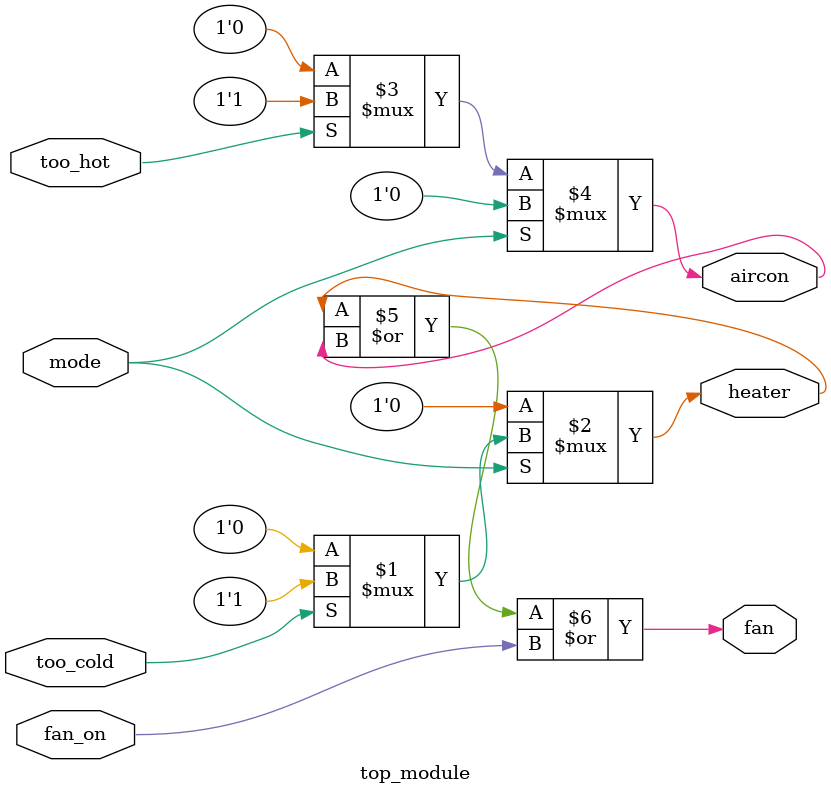
<source format=v>
module top_module (
    input too_cold,
    input too_hot,
    input mode,
    input fan_on,
    output heater,
    output aircon,
    output fan
); 
    assign heater = mode ? (too_cold ? 1'b1:1'b0 ): (1'b0);
  assign aircon = mode ? (1'b0): (too_hot? 1'b1:1'b0);        // if u don't use 1'b1 and use just 1, you'll get a warning as that 1 would be considered 32 bits long in verilog.
    assign fan = heater | aircon | fan_on ; 
endmodule

</source>
